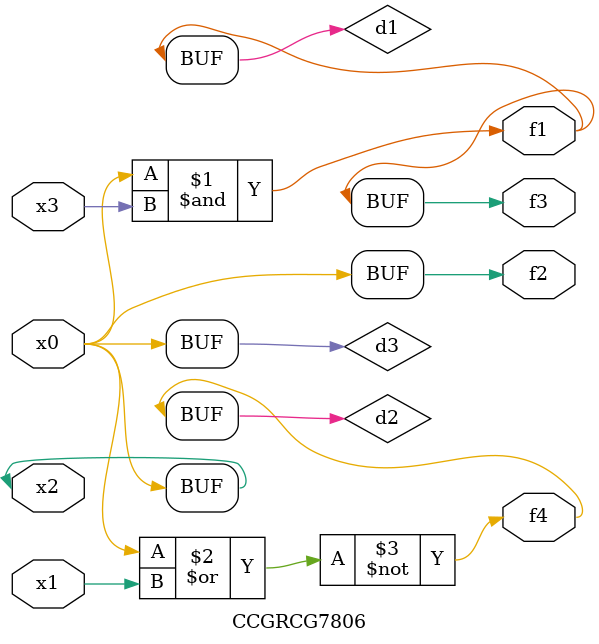
<source format=v>
module CCGRCG7806(
	input x0, x1, x2, x3,
	output f1, f2, f3, f4
);

	wire d1, d2, d3;

	and (d1, x2, x3);
	nor (d2, x0, x1);
	buf (d3, x0, x2);
	assign f1 = d1;
	assign f2 = d3;
	assign f3 = d1;
	assign f4 = d2;
endmodule

</source>
